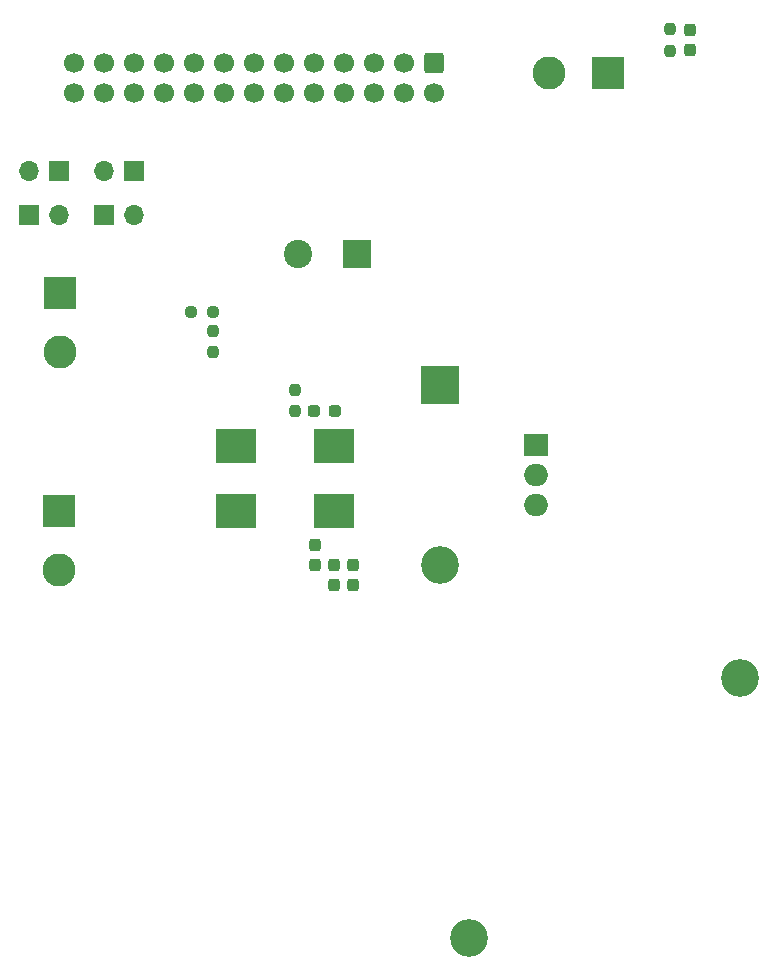
<source format=gbr>
%TF.GenerationSoftware,KiCad,Pcbnew,(6.0.0-0)*%
%TF.CreationDate,2023-01-16T12:55:47-05:00*%
%TF.ProjectId,Spindle_Driver,5370696e-646c-4655-9f44-72697665722e,rev?*%
%TF.SameCoordinates,Original*%
%TF.FileFunction,Soldermask,Top*%
%TF.FilePolarity,Negative*%
%FSLAX46Y46*%
G04 Gerber Fmt 4.6, Leading zero omitted, Abs format (unit mm)*
G04 Created by KiCad (PCBNEW (6.0.0-0)) date 2023-01-16 12:55:47*
%MOMM*%
%LPD*%
G01*
G04 APERTURE LIST*
G04 Aperture macros list*
%AMRoundRect*
0 Rectangle with rounded corners*
0 $1 Rounding radius*
0 $2 $3 $4 $5 $6 $7 $8 $9 X,Y pos of 4 corners*
0 Add a 4 corners polygon primitive as box body*
4,1,4,$2,$3,$4,$5,$6,$7,$8,$9,$2,$3,0*
0 Add four circle primitives for the rounded corners*
1,1,$1+$1,$2,$3*
1,1,$1+$1,$4,$5*
1,1,$1+$1,$6,$7*
1,1,$1+$1,$8,$9*
0 Add four rect primitives between the rounded corners*
20,1,$1+$1,$2,$3,$4,$5,0*
20,1,$1+$1,$4,$5,$6,$7,0*
20,1,$1+$1,$6,$7,$8,$9,0*
20,1,$1+$1,$8,$9,$2,$3,0*%
G04 Aperture macros list end*
%ADD10RoundRect,0.237500X0.237500X-0.287500X0.237500X0.287500X-0.237500X0.287500X-0.237500X-0.287500X0*%
%ADD11R,2.400000X2.400000*%
%ADD12C,2.400000*%
%ADD13R,3.500000X3.000000*%
%ADD14R,1.700000X1.700000*%
%ADD15O,1.700000X1.700000*%
%ADD16R,2.800000X2.800000*%
%ADD17C,2.800000*%
%ADD18RoundRect,0.237500X-0.237500X0.300000X-0.237500X-0.300000X0.237500X-0.300000X0.237500X0.300000X0*%
%ADD19C,3.200000*%
%ADD20RoundRect,0.237500X-0.250000X-0.237500X0.250000X-0.237500X0.250000X0.237500X-0.250000X0.237500X0*%
%ADD21RoundRect,0.237500X0.287500X0.237500X-0.287500X0.237500X-0.287500X-0.237500X0.287500X-0.237500X0*%
%ADD22RoundRect,0.237500X0.237500X-0.250000X0.237500X0.250000X-0.237500X0.250000X-0.237500X-0.250000X0*%
%ADD23R,3.200000X3.200000*%
%ADD24O,3.200000X3.200000*%
%ADD25R,2.000000X1.905000*%
%ADD26O,2.000000X1.905000*%
%ADD27RoundRect,0.250000X-0.600000X0.600000X-0.600000X-0.600000X0.600000X-0.600000X0.600000X0.600000X0*%
%ADD28C,1.700000*%
%ADD29RoundRect,0.237500X-0.237500X0.250000X-0.237500X-0.250000X0.237500X-0.250000X0.237500X0.250000X0*%
%ADD30RoundRect,0.237500X0.237500X-0.300000X0.237500X0.300000X-0.237500X0.300000X-0.237500X-0.300000X0*%
G04 APERTURE END LIST*
D10*
%TO.C,D3*%
X191700000Y-70875000D03*
X191700000Y-69125000D03*
%TD*%
D11*
%TO.C,C1*%
X163500000Y-88100000D03*
D12*
X158500000Y-88100000D03*
%TD*%
D13*
%TO.C,L2*%
X161600000Y-104350000D03*
X161600000Y-109850000D03*
%TD*%
D14*
%TO.C,J5*%
X144650000Y-81110000D03*
D15*
X142110000Y-81110000D03*
%TD*%
D13*
%TO.C,L1*%
X153300000Y-104350000D03*
X153300000Y-109850000D03*
%TD*%
D16*
%TO.C,J4*%
X138330000Y-109880000D03*
D17*
X138330000Y-114880000D03*
%TD*%
D14*
%TO.C,J9*%
X135725000Y-84800000D03*
D15*
X138265000Y-84800000D03*
%TD*%
D18*
%TO.C,C4*%
X161600000Y-114437500D03*
X161600000Y-116162500D03*
%TD*%
D14*
%TO.C,J6*%
X142100000Y-84800000D03*
D15*
X144640000Y-84800000D03*
%TD*%
D19*
%TO.C,H2*%
X173000000Y-146000000D03*
%TD*%
D20*
%TO.C,R2*%
X149487500Y-92990000D03*
X151312500Y-92990000D03*
%TD*%
D16*
%TO.C,J3*%
X138425000Y-91400000D03*
D17*
X138425000Y-96400000D03*
%TD*%
D21*
%TO.C,D2*%
X161660000Y-101410000D03*
X159910000Y-101410000D03*
%TD*%
D22*
%TO.C,R1*%
X158300000Y-101412500D03*
X158300000Y-99587500D03*
%TD*%
D14*
%TO.C,J7*%
X138275000Y-81110000D03*
D15*
X135735000Y-81110000D03*
%TD*%
D23*
%TO.C,D1*%
X170545000Y-99220000D03*
D24*
X170545000Y-114460000D03*
%TD*%
D25*
%TO.C,Q1*%
X178700000Y-104300000D03*
D26*
X178700000Y-106840000D03*
X178700000Y-109380000D03*
%TD*%
D22*
%TO.C,R3*%
X151305000Y-96412500D03*
X151305000Y-94587500D03*
%TD*%
D27*
%TO.C,J8*%
X170040000Y-71947500D03*
D28*
X170040000Y-74487500D03*
X167500000Y-71947500D03*
X167500000Y-74487500D03*
X164960000Y-71947500D03*
X164960000Y-74487500D03*
X162420000Y-71947500D03*
X162420000Y-74487500D03*
X159880000Y-71947500D03*
X159880000Y-74487500D03*
X157340000Y-71947500D03*
X157340000Y-74487500D03*
X154800000Y-71947500D03*
X154800000Y-74487500D03*
X152260000Y-71947500D03*
X152260000Y-74487500D03*
X149720000Y-71947500D03*
X149720000Y-74487500D03*
X147180000Y-71947500D03*
X147180000Y-74487500D03*
X144640000Y-71947500D03*
X144640000Y-74487500D03*
X142100000Y-71947500D03*
X142100000Y-74487500D03*
X139560000Y-71947500D03*
X139560000Y-74487500D03*
%TD*%
D18*
%TO.C,C2*%
X163200000Y-116162500D03*
X163200000Y-114437500D03*
%TD*%
D29*
%TO.C,R4*%
X190000000Y-69087500D03*
X190000000Y-70912500D03*
%TD*%
D30*
%TO.C,C3*%
X160000000Y-114462500D03*
X160000000Y-112737500D03*
%TD*%
D19*
%TO.C,H1*%
X196000000Y-124000000D03*
%TD*%
D16*
%TO.C,J1*%
X184825000Y-72800000D03*
D17*
X179825000Y-72800000D03*
%TD*%
M02*

</source>
